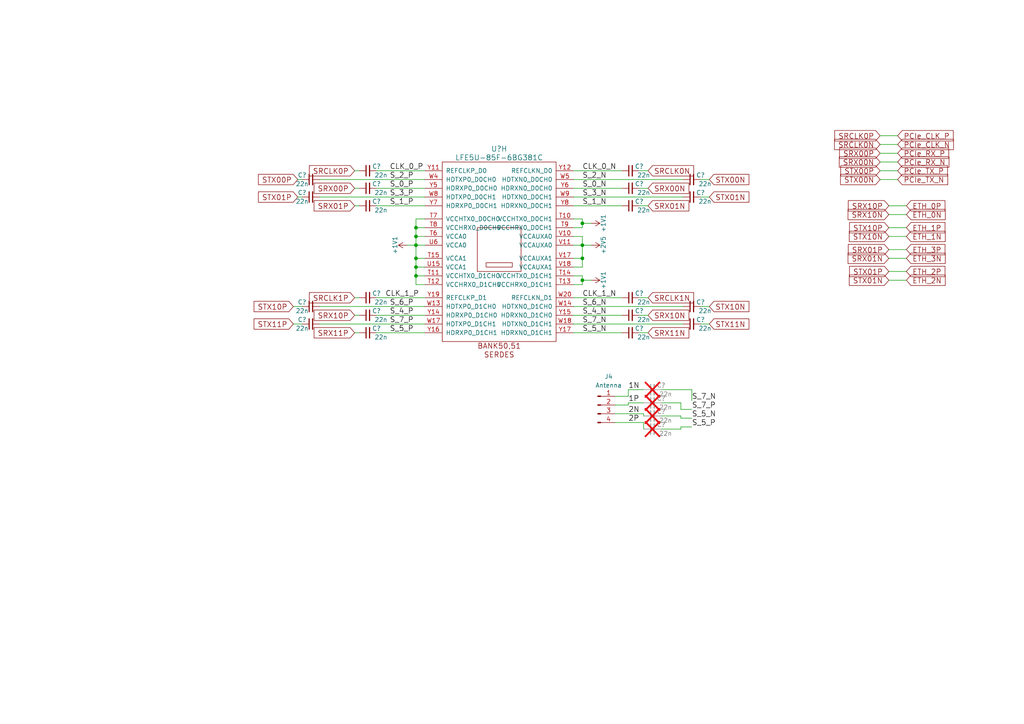
<source format=kicad_sch>
(kicad_sch (version 20231120) (generator "eeschema") (generator_version "8.0")
  (paper "A4")
  (title_block (title "${project_name}") (date "2025-03-12") (rev "${project_version}") (company "${project_creator}") (comment 1 "serdes") (comment 2 "License: ${project_license}"))
  (junction (at 168.91 71.12))
  (junction (at 168.91 74.93))
  (junction (at 120.65 71.12))
  (junction (at 168.91 81.28))
  (junction (at 120.65 66.04))
  (junction (at 168.91 64.77))
  (junction (at 120.65 68.58))
  (junction (at 120.65 74.93))
  (junction (at 120.65 77.47))
  (junction (at 120.65 80.01))
  (wire (pts (xy 191.77 124.46) (xy 197.485 124.46)))
  (wire (pts (xy 260.35 52.07) (xy 255.27 52.07)))
  (wire (pts (xy 168.91 63.5) (xy 168.91 64.77)))
  (wire (pts (xy 197.485 116.84) (xy 197.485 118.745)))
  (wire (pts (xy 203.2 57.15) (xy 205.74 57.15)))
  (wire (pts (xy 120.65 80.01) (xy 120.65 82.55)))
  (wire (pts (xy 262.89 68.58) (xy 257.81 68.58)))
  (wire (pts (xy 87.63 93.98) (xy 85.09 93.98)))
  (wire (pts (xy 120.65 63.5) (xy 120.65 66.04)))
  (wire (pts (xy 187.96 91.44) (xy 185.42 91.44)))
  (wire (pts (xy 86.36 52.07) (xy 87.63 52.07)))
  (wire (pts (xy 257.81 72.39) (xy 262.89 72.39)))
  (wire (pts (xy 205.74 52.07) (xy 203.2 52.07)))
  (wire (pts (xy 109.22 91.44) (xy 123.19 91.44)))
  (wire (pts (xy 197.485 118.745) (xy 200.66 118.745)))
  (wire (pts (xy 260.35 41.91) (xy 255.27 41.91)))
  (wire (pts (xy 166.37 63.5) (xy 168.91 63.5)))
  (wire (pts (xy 186.69 120.015) (xy 186.69 120.65)))
  (wire (pts (xy 187.96 86.36) (xy 185.42 86.36)))
  (wire (pts (xy 255.27 39.37) (xy 260.35 39.37)))
  (wire (pts (xy 166.37 66.04) (xy 168.91 66.04)))
  (wire (pts (xy 262.89 74.93) (xy 257.81 74.93)))
  (wire (pts (xy 180.34 96.52) (xy 166.37 96.52)))
  (wire (pts (xy 178.435 117.475) (xy 182.245 117.475)))
  (wire (pts (xy 197.485 123.825) (xy 200.66 123.825)))
  (wire (pts (xy 123.19 57.15) (xy 92.71 57.15)))
  (wire (pts (xy 123.19 52.07) (xy 92.71 52.07)))
  (wire (pts (xy 260.35 46.99) (xy 255.27 46.99)))
  (wire (pts (xy 102.87 59.69) (xy 104.14 59.69)))
  (wire (pts (xy 104.14 96.52) (xy 102.87 96.52)))
  (wire (pts (xy 109.22 54.61) (xy 123.19 54.61)))
  (wire (pts (xy 168.91 64.77) (xy 171.45 64.77)))
  (wire (pts (xy 102.87 54.61) (xy 104.14 54.61)))
  (wire (pts (xy 166.37 54.61) (xy 180.34 54.61)))
  (wire (pts (xy 120.65 68.58) (xy 120.65 71.12)))
  (wire (pts (xy 191.77 120.65) (xy 197.485 120.65)))
  (wire (pts (xy 104.14 86.36) (xy 102.87 86.36)))
  (wire (pts (xy 166.37 52.07) (xy 198.12 52.07)))
  (wire (pts (xy 185.42 59.69) (xy 187.96 59.69)))
  (wire (pts (xy 123.19 77.47) (xy 120.65 77.47)))
  (wire (pts (xy 109.22 49.53) (xy 123.19 49.53)))
  (wire (pts (xy 180.34 86.36) (xy 166.37 86.36)))
  (wire (pts (xy 166.37 82.55) (xy 168.91 82.55)))
  (wire (pts (xy 123.19 86.36) (xy 109.22 86.36)))
  (wire (pts (xy 262.89 81.28) (xy 257.81 81.28)))
  (wire (pts (xy 186.69 122.555) (xy 186.69 124.46)))
  (wire (pts (xy 178.435 114.935) (xy 182.245 114.935)))
  (wire (pts (xy 257.81 59.69) (xy 262.89 59.69)))
  (wire (pts (xy 123.19 88.9) (xy 92.71 88.9)))
  (wire (pts (xy 200.66 113.03) (xy 200.66 116.205)))
  (wire (pts (xy 123.19 63.5) (xy 120.65 63.5)))
  (wire (pts (xy 168.91 81.28) (xy 171.45 81.28)))
  (wire (pts (xy 166.37 59.69) (xy 180.34 59.69)))
  (wire (pts (xy 255.27 44.45) (xy 260.35 44.45)))
  (wire (pts (xy 102.87 91.44) (xy 104.14 91.44)))
  (wire (pts (xy 123.19 66.04) (xy 120.65 66.04)))
  (wire (pts (xy 123.19 74.93) (xy 120.65 74.93)))
  (wire (pts (xy 185.42 49.53) (xy 187.96 49.53)))
  (wire (pts (xy 182.245 117.475) (xy 182.245 116.84)))
  (wire (pts (xy 92.71 93.98) (xy 123.19 93.98)))
  (wire (pts (xy 185.42 96.52) (xy 187.96 96.52)))
  (wire (pts (xy 166.37 57.15) (xy 198.12 57.15)))
  (wire (pts (xy 85.09 88.9) (xy 87.63 88.9)))
  (wire (pts (xy 178.435 122.555) (xy 186.69 122.555)))
  (wire (pts (xy 203.2 88.9) (xy 205.74 88.9)))
  (wire (pts (xy 168.91 74.93) (xy 168.91 77.47)))
  (wire (pts (xy 120.65 77.47) (xy 120.65 80.01)))
  (wire (pts (xy 166.37 80.01) (xy 168.91 80.01)))
  (wire (pts (xy 86.36 57.15) (xy 87.63 57.15)))
  (wire (pts (xy 198.12 88.9) (xy 166.37 88.9)))
  (wire (pts (xy 166.37 49.53) (xy 180.34 49.53)))
  (wire (pts (xy 197.485 124.46) (xy 197.485 123.825)))
  (wire (pts (xy 123.19 82.55) (xy 120.65 82.55)))
  (wire (pts (xy 257.81 66.04) (xy 262.89 66.04)))
  (wire (pts (xy 166.37 93.98) (xy 198.12 93.98)))
  (wire (pts (xy 168.91 71.12) (xy 168.91 74.93)))
  (wire (pts (xy 123.19 96.52) (xy 109.22 96.52)))
  (wire (pts (xy 182.245 114.935) (xy 182.245 113.03)))
  (wire (pts (xy 123.19 71.12) (xy 120.65 71.12)))
  (wire (pts (xy 120.65 71.12) (xy 120.65 74.93)))
  (wire (pts (xy 120.65 74.93) (xy 120.65 77.47)))
  (wire (pts (xy 123.19 80.01) (xy 120.65 80.01)))
  (wire (pts (xy 166.37 77.47) (xy 168.91 77.47)))
  (wire (pts (xy 197.485 120.65) (xy 197.485 121.285)))
  (wire (pts (xy 257.81 78.74) (xy 262.89 78.74)))
  (wire (pts (xy 166.37 74.93) (xy 168.91 74.93)))
  (wire (pts (xy 205.74 93.98) (xy 203.2 93.98)))
  (wire (pts (xy 166.37 71.12) (xy 168.91 71.12)))
  (wire (pts (xy 168.91 71.12) (xy 171.45 71.12)))
  (wire (pts (xy 182.245 113.03) (xy 186.69 113.03)))
  (wire (pts (xy 120.65 66.04) (xy 120.65 68.58)))
  (wire (pts (xy 168.91 80.01) (xy 168.91 81.28)))
  (wire (pts (xy 168.91 64.77) (xy 168.91 66.04)))
  (wire (pts (xy 191.77 113.03) (xy 200.66 113.03)))
  (wire (pts (xy 185.42 54.61) (xy 187.96 54.61)))
  (wire (pts (xy 197.485 121.285) (xy 200.66 121.285)))
  (wire (pts (xy 182.245 116.84) (xy 186.69 116.84)))
  (wire (pts (xy 262.89 62.23) (xy 257.81 62.23)))
  (wire (pts (xy 102.87 49.53) (xy 104.14 49.53)))
  (wire (pts (xy 118.11 71.12) (xy 120.65 71.12)))
  (wire (pts (xy 255.27 49.53) (xy 260.35 49.53)))
  (wire (pts (xy 191.77 116.84) (xy 197.485 116.84)))
  (wire (pts (xy 123.19 68.58) (xy 120.65 68.58)))
  (wire (pts (xy 109.22 59.69) (xy 123.19 59.69)))
  (wire (pts (xy 166.37 68.58) (xy 168.91 68.58)))
  (wire (pts (xy 166.37 91.44) (xy 180.34 91.44)))
  (wire (pts (xy 178.435 120.015) (xy 186.69 120.015)))
  (wire (pts (xy 168.91 68.58) (xy 168.91 71.12)))
  (wire (pts (xy 168.91 81.28) (xy 168.91 82.55)))
  (label "S_7_N" (at 168.91 93.98 0) (effects (font (size 1.524 1.524))))
  (label "S_5_P" (at 113.03 96.52 0) (effects (font (size 1.524 1.524))))
  (label "S_5_P" (at 200.66 123.825 0) (effects (font (size 1.524 1.524))))
  (label "CLK_1_P" (at 111.76 86.36 0) (effects (font (size 1.524 1.524))))
  (label "2P" (at 182.245 122.555 0) (effects (font (size 1.524 1.524))))
  (label "S_7_P" (at 113.03 93.98 0) (effects (font (size 1.524 1.524))))
  (label "S_3_P" (at 113.03 57.15 0) (effects (font (size 1.524 1.524))))
  (label "S_1_N" (at 168.91 59.69 0) (effects (font (size 1.524 1.524))))
  (label "S_1_P" (at 113.03 59.69 0) (effects (font (size 1.524 1.524))))
  (label "S_0_P" (at 113.03 54.61 0) (effects (font (size 1.524 1.524))))
  (label "S_5_N" (at 200.66 121.285 0) (effects (font (size 1.524 1.524))))
  (label "S_7_N" (at 200.66 116.205 0) (effects (font (size 1.524 1.524))))
  (label "CLK_1_N" (at 168.91 86.36 0) (effects (font (size 1.524 1.524))))
  (label "S_5_N" (at 168.91 96.52 0) (effects (font (size 1.524 1.524))))
  (label "S_4_P" (at 113.03 91.44 0) (effects (font (size 1.524 1.524))))
  (label "S_6_N" (at 168.91 88.9 0) (effects (font (size 1.524 1.524))))
  (label "S_0_N" (at 168.91 54.61 0) (effects (font (size 1.524 1.524))))
  (label "S_7_P" (at 200.66 118.745 0) (effects (font (size 1.524 1.524))))
  (label "S_2_N" (at 168.91 52.07 0) (effects (font (size 1.524 1.524))))
  (label "1P" (at 182.245 116.84 0) (effects (font (size 1.524 1.524))))
  (label "S_6_P" (at 113.03 88.9 0) (effects (font (size 1.524 1.524))))
  (label "1N" (at 182.245 113.03 0) (effects (font (size 1.524 1.524))))
  (label "CLK_0_P" (at 113.03 49.53 0) (effects (font (size 1.524 1.524))))
  (label "S_3_N" (at 168.91 57.15 0) (effects (font (size 1.524 1.524))))
  (label "S_2_P" (at 113.03 52.07 0) (effects (font (size 1.524 1.524))))
  (label "S_4_N" (at 168.91 91.44 0) (effects (font (size 1.524 1.524))))
  (label "CLK_0_N" (at 168.91 49.53 0) (effects (font (size 1.524 1.524))))
  (label "2N" (at 182.245 120.015 0) (effects (font (size 1.524 1.524))))
  (global_label "STX11P" (shape input) (at 85.09 93.98 180) (effects (font (size 1.524 1.524))) (property "Intersheetrefs" "${INTERSHEET_REFS}" (effects (hide yes))))
  (global_label "SRCLK1N" (shape input) (at 187.96 86.36 0) (effects (font (size 1.524 1.524))) (property "Intersheetrefs" "${INTERSHEET_REFS}" (effects (hide yes))))
  (global_label "STX10P" (shape input) (at 85.09 88.9 180) (effects (font (size 1.524 1.524))) (property "Intersheetrefs" "${INTERSHEET_REFS}" (effects (hide yes))))
  (global_label "ETH_0P" (shape input) (at 262.89 59.69 0) (effects (font (size 1.524 1.524))) (property "Intersheetrefs" "${INTERSHEET_REFS}" (effects (hide yes))))
  (global_label "STX00P" (shape input) (at 86.36 52.07 180) (effects (font (size 1.524 1.524))) (property "Intersheetrefs" "${INTERSHEET_REFS}" (effects (hide yes))))
  (global_label "SRCLK0N" (shape input) (at 255.27 41.91 180) (effects (font (size 1.524 1.524))) (property "Intersheetrefs" "${INTERSHEET_REFS}" (effects (hide yes))))
  (global_label "SRX00P" (shape input) (at 255.27 44.45 180) (effects (font (size 1.524 1.524))) (property "Intersheetrefs" "${INTERSHEET_REFS}" (effects (hide yes))))
  (global_label "ETH_2N" (shape input) (at 262.89 81.28 0) (effects (font (size 1.524 1.524))) (property "Intersheetrefs" "${INTERSHEET_REFS}" (effects (hide yes))))
  (global_label "SRX10N" (shape input) (at 257.81 62.23 180) (effects (font (size 1.524 1.524))) (property "Intersheetrefs" "${INTERSHEET_REFS}" (effects (hide yes))))
  (global_label "ETH_1N" (shape input) (at 262.89 68.58 0) (effects (font (size 1.524 1.524))) (property "Intersheetrefs" "${INTERSHEET_REFS}" (effects (hide yes))))
  (global_label "STX01P" (shape input) (at 86.36 57.15 180) (effects (font (size 1.524 1.524))) (property "Intersheetrefs" "${INTERSHEET_REFS}" (effects (hide yes))))
  (global_label "SRX10P" (shape input) (at 102.87 91.44 180) (effects (font (size 1.524 1.524))) (property "Intersheetrefs" "${INTERSHEET_REFS}" (effects (hide yes))))
  (global_label "STX10P" (shape input) (at 257.81 66.04 180) (effects (font (size 1.524 1.524))) (property "Intersheetrefs" "${INTERSHEET_REFS}" (effects (hide yes))))
  (global_label "PCIe_RX_N" (shape input) (at 260.35 46.99 0) (effects (font (size 1.524 1.524))) (property "Intersheetrefs" "${INTERSHEET_REFS}" (effects (hide yes))))
  (global_label "ETH_0N" (shape input) (at 262.89 62.23 0) (effects (font (size 1.524 1.524))) (property "Intersheetrefs" "${INTERSHEET_REFS}" (effects (hide yes))))
  (global_label "SRX01N" (shape input) (at 187.96 59.69 0) (effects (font (size 1.524 1.524))) (property "Intersheetrefs" "${INTERSHEET_REFS}" (effects (hide yes))))
  (global_label "STX01P" (shape input) (at 257.81 78.74 180) (effects (font (size 1.524 1.524))) (property "Intersheetrefs" "${INTERSHEET_REFS}" (effects (hide yes))))
  (global_label "SRX00P" (shape input) (at 102.87 54.61 180) (effects (font (size 1.524 1.524))) (property "Intersheetrefs" "${INTERSHEET_REFS}" (effects (hide yes))))
  (global_label "SRX01P" (shape input) (at 257.81 72.39 180) (effects (font (size 1.524 1.524))) (property "Intersheetrefs" "${INTERSHEET_REFS}" (effects (hide yes))))
  (global_label "STX01N" (shape input) (at 257.81 81.28 180) (effects (font (size 1.524 1.524))) (property "Intersheetrefs" "${INTERSHEET_REFS}" (effects (hide yes))))
  (global_label "SRX11P" (shape input) (at 102.87 96.52 180) (effects (font (size 1.524 1.524))) (property "Intersheetrefs" "${INTERSHEET_REFS}" (effects (hide yes))))
  (global_label "ETH_1P" (shape input) (at 262.89 66.04 0) (effects (font (size 1.524 1.524))) (property "Intersheetrefs" "${INTERSHEET_REFS}" (effects (hide yes))))
  (global_label "SRX00N" (shape input) (at 255.27 46.99 180) (effects (font (size 1.524 1.524))) (property "Intersheetrefs" "${INTERSHEET_REFS}" (effects (hide yes))))
  (global_label "SRX10P" (shape input) (at 257.81 59.69 180) (effects (font (size 1.524 1.524))) (property "Intersheetrefs" "${INTERSHEET_REFS}" (effects (hide yes))))
  (global_label "PCIe_CLK_P" (shape input) (at 260.35 39.37 0) (effects (font (size 1.524 1.524))) (property "Intersheetrefs" "${INTERSHEET_REFS}" (effects (hide yes))))
  (global_label "ETH_3N" (shape input) (at 262.89 74.93 0) (effects (font (size 1.524 1.524))) (property "Intersheetrefs" "${INTERSHEET_REFS}" (effects (hide yes))))
  (global_label "SRCLK1P" (shape input) (at 102.87 86.36 180) (effects (font (size 1.524 1.524))) (property "Intersheetrefs" "${INTERSHEET_REFS}" (effects (hide yes))))
  (global_label "STX00P" (shape input) (at 255.27 49.53 180) (effects (font (size 1.524 1.524))) (property "Intersheetrefs" "${INTERSHEET_REFS}" (effects (hide yes))))
  (global_label "ETH_3P" (shape input) (at 262.89 72.39 0) (effects (font (size 1.524 1.524))) (property "Intersheetrefs" "${INTERSHEET_REFS}" (effects (hide yes))))
  (global_label "PCIe_RX_P" (shape input) (at 260.35 44.45 0) (effects (font (size 1.524 1.524))) (property "Intersheetrefs" "${INTERSHEET_REFS}" (effects (hide yes))))
  (global_label "PCIe_CLK_N" (shape input) (at 260.35 41.91 0) (effects (font (size 1.524 1.524))) (property "Intersheetrefs" "${INTERSHEET_REFS}" (effects (hide yes))))
  (global_label "SRX10N" (shape input) (at 187.96 91.44 0) (effects (font (size 1.524 1.524))) (property "Intersheetrefs" "${INTERSHEET_REFS}" (effects (hide yes))))
  (global_label "SRCLK0P" (shape input) (at 102.87 49.53 180) (effects (font (size 1.524 1.524))) (property "Intersheetrefs" "${INTERSHEET_REFS}" (effects (hide yes))))
  (global_label "SRX11N" (shape input) (at 187.96 96.52 0) (effects (font (size 1.524 1.524))) (property "Intersheetrefs" "${INTERSHEET_REFS}" (effects (hide yes))))
  (global_label "SRCLK0N" (shape input) (at 187.96 49.53 0) (effects (font (size 1.524 1.524))) (property "Intersheetrefs" "${INTERSHEET_REFS}" (effects (hide yes))))
  (global_label "STX11N" (shape input) (at 205.74 93.98 0) (effects (font (size 1.524 1.524))) (property "Intersheetrefs" "${INTERSHEET_REFS}" (effects (hide yes))))
  (global_label "PCIe_TX_N" (shape input) (at 260.35 52.07 0) (effects (font (size 1.524 1.524))) (property "Intersheetrefs" "${INTERSHEET_REFS}" (effects (hide yes))))
  (global_label "STX00N" (shape input) (at 255.27 52.07 180) (effects (font (size 1.524 1.524))) (property "Intersheetrefs" "${INTERSHEET_REFS}" (effects (hide yes))))
  (global_label "SRX01P" (shape input) (at 102.87 59.69 180) (effects (font (size 1.524 1.524))) (property "Intersheetrefs" "${INTERSHEET_REFS}" (effects (hide yes))))
  (global_label "PCIe_TX_P" (shape input) (at 260.35 49.53 0) (effects (font (size 1.524 1.524))) (property "Intersheetrefs" "${INTERSHEET_REFS}" (effects (hide yes))))
  (global_label "SRX01N" (shape input) (at 257.81 74.93 180) (effects (font (size 1.524 1.524))) (property "Intersheetrefs" "${INTERSHEET_REFS}" (effects (hide yes))))
  (global_label "SRCLK0P" (shape input) (at 255.27 39.37 180) (effects (font (size 1.524 1.524))) (property "Intersheetrefs" "${INTERSHEET_REFS}" (effects (hide yes))))
  (global_label "STX10N" (shape input) (at 257.81 68.58 180) (effects (font (size 1.524 1.524))) (property "Intersheetrefs" "${INTERSHEET_REFS}" (effects (hide yes))))
  (global_label "ETH_2P" (shape input) (at 262.89 78.74 0) (effects (font (size 1.524 1.524))) (property "Intersheetrefs" "${INTERSHEET_REFS}" (effects (hide yes))))
  (global_label "STX10N" (shape input) (at 205.74 88.9 0) (effects (font (size 1.524 1.524))) (property "Intersheetrefs" "${INTERSHEET_REFS}" (effects (hide yes))))
  (global_label "STX01N" (shape input) (at 205.74 57.15 0) (effects (font (size 1.524 1.524))) (property "Intersheetrefs" "${INTERSHEET_REFS}" (effects (hide yes))))
  (global_label "SRX00N" (shape input) (at 187.96 54.61 0) (effects (font (size 1.524 1.524))) (property "Intersheetrefs" "${INTERSHEET_REFS}" (effects (hide yes))))
  (global_label "STX00N" (shape input) (at 205.74 52.07 0) (effects (font (size 1.524 1.524))) (property "Intersheetrefs" "${INTERSHEET_REFS}" (effects (hide yes))))
  (symbol (lib_id "ulx4m-rescue:+2V5-power") (at 171.45 71.12 270) (unit 1)
    (property "Reference" "#PWR0147" (effects (hide yes)))
    (property "Value" "+2V5" (at 175.006 71.12 0))
  )
  (symbol (lib_id "ulx4m-rescue:+1V1-power") (at 171.45 64.77 270) (unit 1)
    (property "Reference" "#PWR?" (effects (hide yes)))
    (property "Value" "+1V1" (at 175.006 64.77 0))
    (instances (project "" (path "" (reference "#PWR?") (unit 1)) (path "" (reference "#PWR0179") (unit 1))))
  )
  (symbol (lib_id "ulx4m-rescue:+1V1-power") (at 118.11 71.12 90) (unit 1)
    (property "Reference" "#PWR?" (effects (hide yes)))
    (property "Value" "+1V1" (at 114.554 71.12 0))
    (instances (project "" (path "" (reference "#PWR?") (unit 1)) (path "" (reference "#PWR0180") (unit 1))))
  )
  (symbol (lib_id "ulx4m-rescue:+1V1-power") (at 171.45 81.28 270) (unit 1)
    (property "Reference" "#PWR?" (effects (hide yes)))
    (property "Value" "+1V1" (at 175.006 81.28 0))
    (instances (project "" (path "" (reference "#PWR?") (unit 1)) (path "" (reference "#PWR0181") (unit 1))))
  )
  (symbol (lib_id "lfe5bg381:LFE5UM-85F-6BG381C") (at 144.78 72.39 0) (unit 8)
    (property "Reference" "U?" (at 144.78 43.18 0) (effects (font (size 1.524 1.524))))
    (property "Value" "LFE5U-85F-6BG381C" (at 144.78 45.72 0) (effects (font (size 1.524 1.524))))
    (property "Footprint" "lfe5bg381:BGA-381_pitch0.8mm_dia0.4mm" (effects (hide yes)))
    (property "Datasheet" "http://www.latticesemi.com/~/media/LatticeSemi/Documents/ApplicationNotes/EH/TN1261.pdf?document_id=50463" (effects (hide yes)))
    (property "MFG1" "Lattice" (effects (hide yes)))
    (property "MNF1_URL" "www.latticesemi.com" (effects (hide yes)))
    (property "MPN" "LFE5U-85F-6BG381C" (effects (hide yes)))
    (property "MFG2" "Lattice" (effects (hide yes)))
    (property "MNF2_URL" "www.latticesemi.com" (effects (hide yes)))
    (property "MP_N2" "LFE5U-12F-6BG381C" (effects (hide yes)))
    (property "Mouser" "842-LFE5U85F6BG381C" (effects (hide yes)))
    (property "price100_Mouse" "22.82$" (effects (hide yes)))
    (property "Digikey" "220-2177-ND" (effects (hide yes)))
    (property "Digike_y2" "220-2071-ND" (effects (hide yes)))
    (property "LCSC" "C446029" (effects (hide yes)))
    (property "LowCost" "842-LFE5U12F6BG381C" (effects (hide yes)))
    (property "Koncar" "FU004" (effects (hide yes)))
    (property "Side" "T" (effects (hide yes)))
    (instances (project "" (path "" (reference "U?") (unit 8)) (path "" (reference "U?") (unit 8)) (path "" (reference "U1") (unit 8))))
  )
  (symbol (lib_id "Device:C_Small") (at 106.68 49.53 90) (unit 1)
    (property "Reference" "C?" (at 109.22 48.26 90))
    (property "Value" "22n" (at 110.49 50.8 90))
    (property "Footprint" "Capacitor_SMD:C_0402_1005Metric" (effects (hide yes)))
    (instances (project "" (path "" (reference "C?") (unit 1)) (path "" (reference "C59") (unit 1))))
  )
  (symbol (lib_id "Device:C_Small") (at 106.68 54.61 90) (unit 1)
    (property "Reference" "C?" (at 109.22 53.34 90))
    (property "Value" "22n" (at 110.49 55.88 90))
    (property "Footprint" "Capacitor_SMD:C_0402_1005Metric" (effects (hide yes)))
    (instances (project "" (path "" (reference "C?") (unit 1)) (path "" (reference "C61") (unit 1))))
  )
  (symbol (lib_id "Device:C_Small") (at 106.68 59.69 90) (unit 1)
    (property "Reference" "C?" (at 109.22 58.42 90))
    (property "Value" "22n" (at 110.49 60.96 90))
    (property "Footprint" "Capacitor_SMD:C_0402_1005Metric" (effects (hide yes)))
    (instances (project "" (path "" (reference "C?") (unit 1)) (path "" (reference "C62") (unit 1))))
  )
  (symbol (lib_id "Device:C_Small") (at 182.88 49.53 90) (unit 1)
    (property "Reference" "C?" (at 185.42 48.26 90))
    (property "Value" "22n" (at 186.69 50.8 90))
    (property "Footprint" "Capacitor_SMD:C_0402_1005Metric" (effects (hide yes)))
    (instances (project "" (path "" (reference "C?") (unit 1)) (path "" (reference "C66") (unit 1))))
  )
  (symbol (lib_id "Device:C_Small") (at 182.88 54.61 90) (unit 1)
    (property "Reference" "C?" (at 185.42 53.34 90))
    (property "Value" "22n" (at 186.69 55.88 90))
    (property "Footprint" "Capacitor_SMD:C_0402_1005Metric" (effects (hide yes)))
    (instances (project "" (path "" (reference "C?") (unit 1)) (path "" (reference "C67") (unit 1))))
  )
  (symbol (lib_id "Device:C_Small") (at 182.88 59.69 90) (unit 1)
    (property "Reference" "C?" (at 185.42 58.42 90))
    (property "Value" "22n" (at 186.69 60.96 90))
    (property "Footprint" "Capacitor_SMD:C_0402_1005Metric" (effects (hide yes)))
    (instances (project "" (path "" (reference "C?") (unit 1)) (path "" (reference "C68") (unit 1))))
  )
  (symbol (lib_id "Device:C_Small") (at 106.68 91.44 90) (unit 1)
    (property "Reference" "C?" (at 109.22 90.17 90))
    (property "Value" "22n" (at 110.49 92.71 90))
    (property "Footprint" "Capacitor_SMD:C_0402_1005Metric" (effects (hide yes)))
    (instances (project "" (path "" (reference "C?") (unit 1)) (path "" (reference "C64") (unit 1))))
  )
  (symbol (lib_id "Device:C_Small") (at 106.68 96.52 90) (unit 1)
    (property "Reference" "C?" (at 109.22 95.25 90))
    (property "Value" "22n" (at 110.49 97.79 90))
    (property "Footprint" "Capacitor_SMD:C_0402_1005Metric" (effects (hide yes)))
    (instances (project "" (path "" (reference "C?") (unit 1)) (path "" (reference "C65") (unit 1))))
  )
  (symbol (lib_id "Device:C_Small") (at 182.88 91.44 90) (unit 1)
    (property "Reference" "C?" (at 185.42 90.17 90))
    (property "Value" "22n" (at 186.69 92.71 90))
    (property "Footprint" "Capacitor_SMD:C_0402_1005Metric" (effects (hide yes)))
    (instances (project "" (path "" (reference "C?") (unit 1)) (path "" (reference "C70") (unit 1))))
  )
  (symbol (lib_id "Device:C_Small") (at 182.88 96.52 90) (unit 1)
    (property "Reference" "C?" (at 185.42 95.25 90))
    (property "Value" "22n" (at 186.69 97.79 90))
    (property "Footprint" "Capacitor_SMD:C_0402_1005Metric" (effects (hide yes)))
    (instances (project "" (path "" (reference "C?") (unit 1)) (path "" (reference "C71") (unit 1))))
  )
  (symbol (lib_id "Device:C_Small") (at 106.68 86.36 90) (unit 1)
    (property "Reference" "C?" (at 109.22 85.09 90))
    (property "Value" "22n" (at 110.49 87.63 90))
    (property "Footprint" "Capacitor_SMD:C_0402_1005Metric" (effects (hide yes)))
    (instances (project "" (path "" (reference "C?") (unit 1)) (path "" (reference "C63") (unit 1))))
  )
  (symbol (lib_id "Device:C_Small") (at 182.88 86.36 90) (unit 1)
    (property "Reference" "C?" (at 185.42 85.09 90))
    (property "Value" "22n" (at 186.69 87.63 90))
    (property "Footprint" "Capacitor_SMD:C_0402_1005Metric" (effects (hide yes)))
    (instances (project "" (path "" (reference "C?") (unit 1)) (path "" (reference "C69") (unit 1))))
  )
  (symbol (lib_id "Device:C_Small") (at 90.17 52.07 90) (unit 1)
    (property "Reference" "C?" (at 87.63 50.8 90))
    (property "Value" "22n" (at 87.63 53.34 90))
    (property "Footprint" "Capacitor_SMD:C_0402_1005Metric" (effects (hide yes)))
    (instances (project "" (path "" (reference "C?") (unit 1)) (path "" (reference "C55") (unit 1))))
  )
  (symbol (lib_id "Device:C_Small") (at 90.17 57.15 90) (unit 1)
    (property "Reference" "C?" (at 87.63 55.88 90))
    (property "Value" "22n" (at 87.63 58.42 90))
    (property "Footprint" "Capacitor_SMD:C_0402_1005Metric" (effects (hide yes)))
    (instances (project "" (path "" (reference "C?") (unit 1)) (path "" (reference "C56") (unit 1))))
  )
  (symbol (lib_id "Device:C_Small") (at 200.66 57.15 90) (unit 1)
    (property "Reference" "C?" (at 203.2 55.88 90))
    (property "Value" "22n" (at 204.47 58.42 90))
    (property "Footprint" "Capacitor_SMD:C_0402_1005Metric" (effects (hide yes)))
    (instances (project "" (path "" (reference "C?") (unit 1)) (path "" (reference "C73") (unit 1))))
  )
  (symbol (lib_id "Device:C_Small") (at 200.66 52.07 90) (unit 1)
    (property "Reference" "C?" (at 203.2 50.8 90))
    (property "Value" "22n" (at 204.47 53.34 90))
    (property "Footprint" "Capacitor_SMD:C_0402_1005Metric" (effects (hide yes)))
    (instances (project "" (path "" (reference "C?") (unit 1)) (path "" (reference "C72") (unit 1))))
  )
  (symbol (lib_id "Device:C_Small") (at 90.17 93.98 90) (unit 1)
    (property "Reference" "C?" (at 87.63 92.71 90))
    (property "Value" "22n" (at 87.63 95.25 90))
    (property "Footprint" "Capacitor_SMD:C_0402_1005Metric" (effects (hide yes)))
    (instances (project "" (path "" (reference "C?") (unit 1)) (path "" (reference "C58") (unit 1))))
  )
  (symbol (lib_id "Device:C_Small") (at 90.17 88.9 90) (unit 1)
    (property "Reference" "C?" (at 87.63 87.63 90))
    (property "Value" "22n" (at 87.63 90.17 90))
    (property "Footprint" "Capacitor_SMD:C_0402_1005Metric" (effects (hide yes)))
    (instances (project "" (path "" (reference "C?") (unit 1)) (path "" (reference "C57") (unit 1))))
  )
  (symbol (lib_id "Device:C_Small") (at 200.66 88.9 90) (unit 1)
    (property "Reference" "C?" (at 203.2 87.63 90))
    (property "Value" "22n" (at 204.47 90.17 90))
    (property "Footprint" "Capacitor_SMD:C_0402_1005Metric" (effects (hide yes)))
    (instances (project "" (path "" (reference "C?") (unit 1)) (path "" (reference "C74") (unit 1))))
  )
  (symbol (lib_id "Device:C_Small") (at 200.66 93.98 90) (unit 1)
    (property "Reference" "C?" (at 203.2 92.71 90))
    (property "Value" "22n" (at 204.47 95.25 90))
    (property "Footprint" "Capacitor_SMD:C_0402_1005Metric" (effects (hide yes)))
    (instances (project "" (path "" (reference "C?") (unit 1)) (path "" (reference "C75") (unit 1))))
  )
  (symbol (lib_id "Device:C_Small") (at 189.23 113.03 90) (unit 1) (dnp yes)
    (property "Reference" "C?" (at 191.77 111.76 90))
    (property "Value" "22n" (at 193.04 114.3 90))
    (property "Footprint" "Capacitor_SMD:C_0201_0603Metric" (effects (hide yes)))
    (instances (project "" (path "" (reference "C?") (unit 1)) (path "" (reference "C125") (unit 1))))
  )
  (symbol (lib_id "Device:C_Small") (at 189.23 116.84 90) (unit 1) (dnp yes)
    (property "Reference" "C?" (at 191.77 115.57 90))
    (property "Value" "22n" (at 193.04 118.11 90))
    (property "Footprint" "Capacitor_SMD:C_0201_0603Metric" (effects (hide yes)))
    (instances (project "" (path "" (reference "C?") (unit 1)) (path "" (reference "C126") (unit 1))))
  )
  (symbol (lib_id "Device:C_Small") (at 189.23 120.65 90) (unit 1) (dnp yes)
    (property "Reference" "C?" (at 191.77 119.38 90))
    (property "Value" "22n" (at 193.04 121.92 90))
    (property "Footprint" "Capacitor_SMD:C_0201_0603Metric" (effects (hide yes)))
    (instances (project "" (path "" (reference "C?") (unit 1)) (path "" (reference "C127") (unit 1))))
  )
  (symbol (lib_id "Device:C_Small") (at 189.23 124.46 90) (unit 1) (dnp yes)
    (property "Reference" "C?" (at 191.77 123.19 90))
    (property "Value" "22n" (at 193.04 125.73 90))
    (property "Footprint" "Capacitor_SMD:C_0201_0603Metric" (effects (hide yes)))
    (instances (project "" (path "" (reference "C?") (unit 1)) (path "" (reference "C128") (unit 1))))
  )
  (symbol (lib_id "ulx4m-rescue:Conn_01x04_Male-Connector") (at 173.355 117.475 0) (unit 1)
    (property "Reference" "J4" (at 176.53 109.22 0))
    (property "Value" "Antenna" (at 176.53 111.76 0))
    (property "Footprint" "Connector_PinHeader_2.54mm:PinHeader_1x04_P2.54mm_Vertical" (effects (hide yes)))
  )
)
</source>
